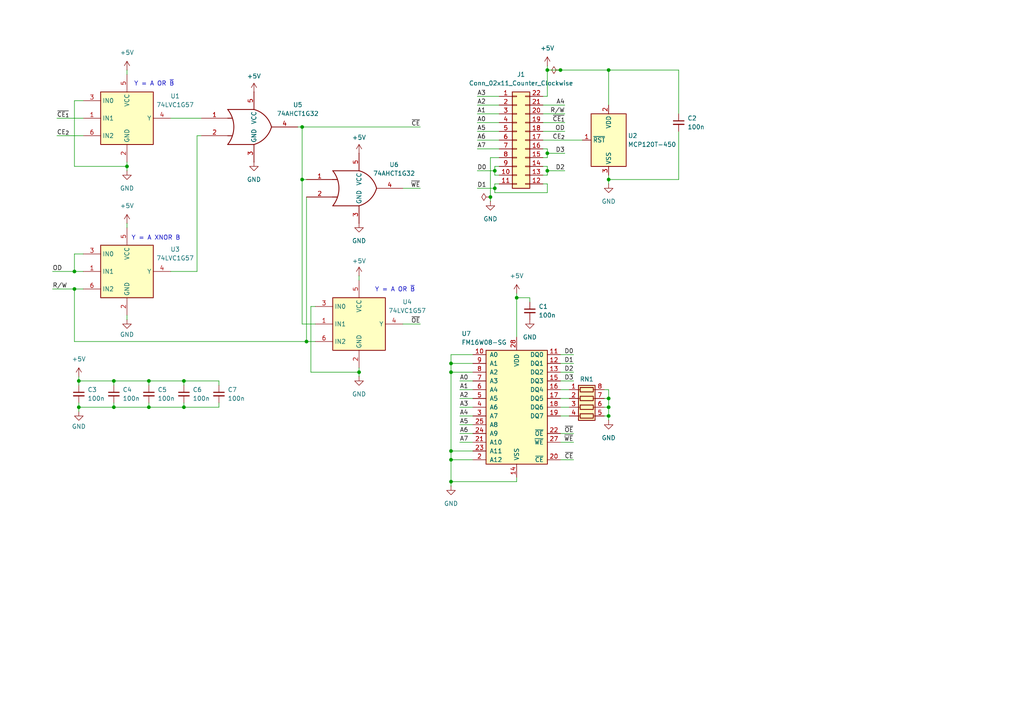
<source format=kicad_sch>
(kicad_sch (version 20250114) (generator "eeschema") (generator_version "9.0")
  (paper "A4")
  (lib_symbols
    (symbol "74xGxx:74AHCT1G32"
      (property "Reference" "U" (at -2.54 3.81 0))
      (property "Value" "74AHCT1G32" (at 0 -3.81 0))
      (symbol "74AHCT1G32_0_1"
        (arc (start -7.62 5.08) (mid -5.838 0) (end -7.62 -5.08) (stroke (width 0.254)))
        (polyline (pts (xy -7.62 2.54) (xy -6.35 2.54)) (stroke (width 0.254)) (fill (type background)))
        (polyline (pts (xy -7.62 -2.54) (xy -6.35 -2.54)) (stroke (width 0.254)) (fill (type background)))
        (arc (start 5.08 0) (mid 3.202 -3.202) (end 0 -5.08) (stroke (width 0.254)))
        (arc (start 0 5.08) (mid 3.2271 3.2271) (end 5.08 0) (stroke (width 0.254)))
        (polyline (pts (xy 0 5.08) (xy -7.62 5.08)) (stroke (width 0.254)) (fill (type background)))
        (polyline (pts (xy 0 -5.08) (xy -7.62 -5.08)) (stroke (width 0.254)) (fill (type background)))
      )
      (symbol "74AHCT1G32_1_1"
        (pin input line (at -15.24 2.54 0) (length 7.62) (name "~") (number "1"))
        (pin input line (at -15.24 -2.54 0) (length 7.62) (name "~") (number "2"))
        (pin power_in line (at 0 10.16 270) (length 5.08) (name "VCC") (number "5"))
        (pin power_in line (at 0 -10.16 90) (length 5.08) (name "GND") (number "3"))
        (pin output line (at 12.7 0 180) (length 7.62) (name "~") (number "4"))
      )
    )
    (symbol "74xGxx:74LVC1G57"
      (property "Reference" "U" (at -5.08 10.16 0))
      (property "Value" "74LVC1G57" (at 7.62 -10.16 0))
      (symbol "74LVC1G57_0_1"
        (rectangle (start -7.62 7.62) (end 7.62 -7.62) (stroke (width 0.254)) (fill (type background)))
      )
      (symbol "74LVC1G57_1_1"
        (pin input line (at -12.7 5.08 0) (length 5.08) (name "IN0") (number "3"))
        (pin input line (at -12.7 0 0) (length 5.08) (name "IN1") (number "1"))
        (pin input line (at -12.7 -5.08 0) (length 5.08) (name "IN2") (number "6"))
        (pin power_in line (at 0 12.7 270) (length 5.08) (name "VCC") (number "5"))
        (pin power_in line (at 0 -12.7 90) (length 5.08) (name "GND") (number "2"))
        (pin output line (at 12.7 0 180) (length 5.08) (name "Y") (number "4"))
      )
    )
    (symbol "Connector_Generic:Conn_02x11_Counter_Clockwise" (pin_names (offset 1.016) (hide yes))
      (property "Reference" "J" (at 1.27 15.24 0))
      (property "Value" "Conn_02x11_Counter_Clockwise" (at 1.27 -15.24 0))
      (symbol "Conn_02x11_Counter_Clockwise_1_1"
        (rectangle (start -1.27 13.97) (end 3.81 -13.97) (stroke (width 0.254)) (fill (type background)))
        (rectangle (start -1.27 12.827) (end 0 12.573) (stroke (width 0.1524)))
        (rectangle (start -1.27 10.287) (end 0 10.033) (stroke (width 0.1524)))
        (rectangle (start -1.27 7.747) (end 0 7.493) (stroke (width 0.1524)))
        (rectangle (start -1.27 5.207) (end 0 4.953) (stroke (width 0.1524)))
        (rectangle (start -1.27 2.667) (end 0 2.413) (stroke (width 0.1524)))
        (rectangle (start -1.27 0.127) (end 0 -0.127) (stroke (width 0.1524)))
        (rectangle (start -1.27 -2.413) (end 0 -2.667) (stroke (width 0.1524)))
        (rectangle (start -1.27 -4.953) (end 0 -5.207) (stroke (width 0.1524)))
        (rectangle (start -1.27 -7.493) (end 0 -7.747) (stroke (width 0.1524)))
        (rectangle (start -1.27 -10.033) (end 0 -10.287) (stroke (width 0.1524)))
        (rectangle (start -1.27 -12.573) (end 0 -12.827) (stroke (width 0.1524)))
        (rectangle (start 3.81 12.827) (end 2.54 12.573) (stroke (width 0.1524)))
        (rectangle (start 3.81 10.287) (end 2.54 10.033) (stroke (width 0.1524)))
        (rectangle (start 3.81 7.747) (end 2.54 7.493) (stroke (width 0.1524)))
        (rectangle (start 3.81 5.207) (end 2.54 4.953) (stroke (width 0.1524)))
        (rectangle (start 3.81 2.667) (end 2.54 2.413) (stroke (width 0.1524)))
        (rectangle (start 3.81 0.127) (end 2.54 -0.127) (stroke (width 0.1524)))
        (rectangle (start 3.81 -2.413) (end 2.54 -2.667) (stroke (width 0.1524)))
        (rectangle (start 3.81 -4.953) (end 2.54 -5.207) (stroke (width 0.1524)))
        (rectangle (start 3.81 -7.493) (end 2.54 -7.747) (stroke (width 0.1524)))
        (rectangle (start 3.81 -10.033) (end 2.54 -10.287) (stroke (width 0.1524)))
        (rectangle (start 3.81 -12.573) (end 2.54 -12.827) (stroke (width 0.1524)))
        (pin passive line (at -5.08 12.7 0) (length 3.81) (name "Pin_1") (number "1"))
        (pin passive line (at -5.08 10.16 0) (length 3.81) (name "Pin_2") (number "2"))
        (pin passive line (at -5.08 7.62 0) (length 3.81) (name "Pin_3") (number "3"))
        (pin passive line (at -5.08 5.08 0) (length 3.81) (name "Pin_4") (number "4"))
        (pin passive line (at -5.08 2.54 0) (length 3.81) (name "Pin_5") (number "5"))
        (pin passive line (at -5.08 0 0) (length 3.81) (name "Pin_6") (number "6"))
        (pin passive line (at -5.08 -2.54 0) (length 3.81) (name "Pin_7") (number "7"))
        (pin passive line (at -5.08 -5.08 0) (length 3.81) (name "Pin_8") (number "8"))
        (pin passive line (at -5.08 -7.62 0) (length 3.81) (name "Pin_9") (number "9"))
        (pin passive line (at -5.08 -10.16 0) (length 3.81) (name "Pin_10") (number "10"))
        (pin passive line (at -5.08 -12.7 0) (length 3.81) (name "Pin_11") (number "11"))
        (pin passive line (at 7.62 12.7 180) (length 3.81) (name "Pin_22") (number "22"))
        (pin passive line (at 7.62 10.16 180) (length 3.81) (name "Pin_21") (number "21"))
        (pin passive line (at 7.62 7.62 180) (length 3.81) (name "Pin_20") (number "20"))
        (pin passive line (at 7.62 5.08 180) (length 3.81) (name "Pin_19") (number "19"))
        (pin passive line (at 7.62 2.54 180) (length 3.81) (name "Pin_18") (number "18"))
        (pin passive line (at 7.62 0 180) (length 3.81) (name "Pin_17") (number "17"))
        (pin passive line (at 7.62 -2.54 180) (length 3.81) (name "Pin_16") (number "16"))
        (pin passive line (at 7.62 -5.08 180) (length 3.81) (name "Pin_15") (number "15"))
        (pin passive line (at 7.62 -7.62 180) (length 3.81) (name "Pin_14") (number "14"))
        (pin passive line (at 7.62 -10.16 180) (length 3.81) (name "Pin_13") (number "13"))
        (pin passive line (at 7.62 -12.7 180) (length 3.81) (name "Pin_12") (number "12"))
      )
    )
    (symbol "Device:C_Small" (pin_numbers (hide yes)) (pin_names (offset 0.254) (hide yes))
      (property "Reference" "C" (at 0.254 1.778 0))
      (property "Value" "C_Small" (at 0.254 -2.032 0))
      (symbol "C_Small_0_1"
        (polyline (pts (xy -1.524 0.508) (xy 1.524 0.508)) (stroke (width 0.3048)))
        (polyline (pts (xy -1.524 -0.508) (xy 1.524 -0.508)) (stroke (width 0.3302)))
      )
      (symbol "C_Small_1_1"
        (pin passive line (at 0 2.54 270) (length 2.032) (name "~") (number "1"))
        (pin passive line (at 0 -2.54 90) (length 2.032) (name "~") (number "2"))
      )
    )
    (symbol "Memory_NVRAM:FM16W08-SG" (pin_names (offset 1.016))
      (property "Reference" "U" (at -7.62 17.78 0))
      (property "Value" "FM16W08-SG" (at 1.27 17.78 0))
      (symbol "FM16W08-SG_0_1"
        (rectangle (start -8.89 16.51) (end 8.89 -16.51) (stroke (width 0.254)) (fill (type background)))
      )
      (symbol "FM16W08-SG_1_1"
        (pin input line (at -12.7 15.24 0) (length 3.81) (name "A0") (number "10"))
        (pin input line (at -12.7 12.7 0) (length 3.81) (name "A1") (number "9"))
        (pin input line (at -12.7 10.16 0) (length 3.81) (name "A2") (number "8"))
        (pin input line (at -12.7 7.62 0) (length 3.81) (name "A3") (number "7"))
        (pin input line (at -12.7 5.08 0) (length 3.81) (name "A4") (number "6"))
        (pin input line (at -12.7 2.54 0) (length 3.81) (name "A5") (number "5"))
        (pin input line (at -12.7 0 0) (length 3.81) (name "A6") (number "4"))
        (pin input line (at -12.7 -2.54 0) (length 3.81) (name "A7") (number "3"))
        (pin input line (at -12.7 -5.08 0) (length 3.81) (name "A8") (number "25"))
        (pin input line (at -12.7 -7.62 0) (length 3.81) (name "A9") (number "24"))
        (pin input line (at -12.7 -10.16 0) (length 3.81) (name "A10") (number "21"))
        (pin input line (at -12.7 -12.7 0) (length 3.81) (name "A11") (number "23"))
        (pin input line (at -12.7 -15.24 0) (length 3.81) (name "A12") (number "2"))
        (pin power_in line (at 0 20.32 270) (length 3.81) (name "VDD") (number "28"))
        (pin power_in line (at 0 -20.32 90) (length 3.81) (name "VSS") (number "14"))
        (pin bidirectional line (at 12.7 15.24 180) (length 3.81) (name "DQ0") (number "11"))
        (pin bidirectional line (at 12.7 12.7 180) (length 3.81) (name "DQ1") (number "12"))
        (pin bidirectional line (at 12.7 10.16 180) (length 3.81) (name "DQ2") (number "13"))
        (pin bidirectional line (at 12.7 7.62 180) (length 3.81) (name "DQ3") (number "15"))
        (pin bidirectional line (at 12.7 5.08 180) (length 3.81) (name "DQ4") (number "16"))
        (pin bidirectional line (at 12.7 2.54 180) (length 3.81) (name "DQ5") (number "17"))
        (pin bidirectional line (at 12.7 0 180) (length 3.81) (name "DQ6") (number "18"))
        (pin bidirectional line (at 12.7 -2.54 180) (length 3.81) (name "DQ7") (number "19"))
        (pin input line (at 12.7 -7.62 180) (length 3.81) (name "~{OE}") (number "22"))
        (pin input line (at 12.7 -10.16 180) (length 3.81) (name "~{WE}") (number "27"))
        (pin input line (at 12.7 -15.24 180) (length 3.81) (name "~{CE}") (number "20"))
      )
    )
    (symbol "PCM_Resistor_AKL:R_4x0402_Convex" (pin_names (offset 0.002) (hide yes))
      (property "Reference" "RN" (at 5.08 1.27 0))
      (property "Value" "R_4x0402_Convex" (at 5.08 -1.27 0))
      (symbol "R_4x0402_Convex_0_1"
        (rectangle (start -6.35 -2.413) (end 3.81 2.413) (stroke (width 0.254)) (fill (type background)))
        (rectangle (start -5.715 1.905) (end -4.445 -1.905) (stroke (width 0.254)))
        (polyline (pts (xy -5.08 1.905) (xy -5.08 2.54)))
        (polyline (pts (xy -5.08 -2.54) (xy -5.08 -1.905)))
        (rectangle (start -3.175 1.905) (end -1.905 -1.905) (stroke (width 0.254)))
        (polyline (pts (xy -2.54 1.905) (xy -2.54 2.54)))
        (polyline (pts (xy -2.54 -2.54) (xy -2.54 -1.905)))
        (rectangle (start -0.635 1.905) (end 0.635 -1.905) (stroke (width 0.254)))
        (polyline (pts (xy 0 1.905) (xy 0 2.54)))
        (polyline (pts (xy 0 -2.54) (xy 0 -1.905)))
        (rectangle (start 1.905 1.905) (end 3.175 -1.905) (stroke (width 0.254)))
        (polyline (pts (xy 2.54 1.905) (xy 2.54 2.54)))
        (polyline (pts (xy 2.54 -2.54) (xy 2.54 -1.905)))
      )
      (symbol "R_4x0402_Convex_1_1"
        (pin passive line (at -5.08 5.08 270) (length 2.54) (name "R1.2") (number "8"))
        (pin passive line (at -5.08 -5.08 90) (length 2.54) (name "R1.1") (number "1"))
        (pin passive line (at -2.54 5.08 270) (length 2.54) (name "R2.2") (number "7"))
        (pin passive line (at -2.54 -5.08 90) (length 2.54) (name "R2.1") (number "2"))
        (pin passive line (at 0 5.08 270) (length 2.54) (name "R3.2") (number "6"))
        (pin passive line (at 0 -5.08 90) (length 2.54) (name "R3.1") (number "3"))
        (pin passive line (at 2.54 5.08 270) (length 2.54) (name "R4.2") (number "5"))
        (pin passive line (at 2.54 -5.08 90) (length 2.54) (name "R4.1") (number "4"))
      )
    )
    (symbol "Power_Supervisor:MCP120-xxxxTT"
      (property "Reference" "U" (at -5.08 8.89 0))
      (property "Value" "MCP120-xxxxTT" (at 8.89 8.89 0))
      (symbol "MCP120-xxxxTT_0_1"
        (rectangle (start 5.08 7.62) (end -5.08 -7.62) (stroke (width 0.254)) (fill (type background)))
      )
      (symbol "MCP120-xxxxTT_1_1"
        (pin power_in line (at 0 10.16 270) (length 2.54) (name "VDD") (number "2"))
        (pin power_in line (at 0 -10.16 90) (length 2.54) (name "VSS") (number "3"))
        (pin open_collector line (at 7.62 0 180) (length 2.54) (name "~{RST}") (number "1"))
      )
    )
    (symbol "power:+5V" (power) (pin_numbers (hide yes)) (pin_names (offset 0) (hide yes))
      (property "Value" "+5V" (at 0 3.556 0))
      (symbol "+5V_0_1"
        (polyline (pts (xy -0.762 1.27) (xy 0 2.54)))
        (polyline (pts (xy 0 2.54) (xy 0.762 1.27)))
        (polyline (pts (xy 0 0) (xy 0 2.54)))
      )
      (symbol "+5V_1_1"
        (pin power_in line (at 0 0 90) (length 0) (name "~") (number "1"))
      )
    )
    (symbol "power:GND" (power) (pin_numbers (hide yes)) (pin_names (offset 0) (hide yes))
      (property "Value" "GND" (at 0 -3.81 0))
      (symbol "GND_0_1"
        (polyline (pts (xy 0 0) (xy 0 -1.27) (xy 1.27 -1.27) (xy 0 -2.54) (xy -1.27 -1.27) (xy 0 -1.27)))
      )
      (symbol "GND_1_1"
        (pin power_in line (at 0 0 270) (length 0) (name "~") (number "1"))
      )
    )
    (symbol "power:PWR_FLAG" (power) (pin_numbers (hide yes)) (pin_names (offset 0) (hide yes))
      (property "Value" "PWR_FLAG" (at 0 3.81 0))
      (symbol "PWR_FLAG_0_0"
        (pin power_out line (at 0 0 90) (length 0) (name "~") (number "1"))
      )
      (symbol "PWR_FLAG_0_1"
        (polyline (pts (xy 0 0) (xy 0 1.27) (xy -1.016 1.905) (xy 0 2.54) (xy 1.016 1.905) (xy 0 1.27)))
      )
    )
  )
  (text "Y = A XNOR B" (at 45.212 69.088 0) (effects (font (size 1.27 1.27))))
  (text "Y = A OR ~{B}" (at 114.554 84.074 0) (effects (font (size 1.27 1.27))))
  (text "Y = A OR ~{B}" (at 44.704 24.384 0) (effects (font (size 1.27 1.27))))
  (junction (at 43.18 118.11))
  (junction (at 176.53 120.65))
  (junction (at 176.53 115.57))
  (junction (at 143.51 49.53))
  (junction (at 33.02 118.11))
  (junction (at 22.86 118.11))
  (junction (at 130.81 105.41))
  (junction (at 21.59 78.74))
  (junction (at 176.53 52.07))
  (junction (at 87.63 52.07))
  (junction (at 130.81 130.81))
  (junction (at 104.14 107.95))
  (junction (at 158.75 49.53))
  (junction (at 53.34 110.49))
  (junction (at 143.51 54.61))
  (junction (at 162.56 20.32))
  (junction (at 43.18 110.49))
  (junction (at 36.83 48.26))
  (junction (at 130.81 133.35))
  (junction (at 142.24 57.15))
  (junction (at 88.9 99.06))
  (junction (at 158.75 44.45))
  (junction (at 22.86 110.49))
  (junction (at 176.53 20.32))
  (junction (at 21.59 83.82))
  (junction (at 33.02 110.49))
  (junction (at 87.63 36.83))
  (junction (at 53.34 118.11))
  (junction (at 149.86 86.36))
  (junction (at 130.81 139.7))
  (junction (at 130.81 107.95))
  (junction (at 158.75 20.32))
  (junction (at 176.53 118.11))
  (wire (pts (xy 21.59 78.74) (xy 24.13 78.74)))
  (wire (pts (xy 176.53 20.32) (xy 196.85 20.32)))
  (wire (pts (xy 166.37 107.95) (xy 162.56 107.95)))
  (wire (pts (xy 24.13 29.21) (xy 21.59 29.21)))
  (wire (pts (xy 143.51 49.53) (xy 143.51 50.8)))
  (wire (pts (xy 143.51 55.88) (xy 158.75 55.88)))
  (wire (pts (xy 157.48 30.48) (xy 163.83 30.48)))
  (wire (pts (xy 43.18 110.49) (xy 43.18 111.76)))
  (wire (pts (xy 90.17 88.9) (xy 90.17 107.95)))
  (wire (pts (xy 176.53 113.03) (xy 176.53 115.57)))
  (wire (pts (xy 166.37 105.41) (xy 162.56 105.41)))
  (wire (pts (xy 36.83 92.71) (xy 36.83 91.44)))
  (wire (pts (xy 138.43 35.56) (xy 144.78 35.56)))
  (wire (pts (xy 158.75 20.32) (xy 158.75 19.05)))
  (wire (pts (xy 53.34 116.84) (xy 53.34 118.11)))
  (wire (pts (xy 165.1 120.65) (xy 162.56 120.65)))
  (wire (pts (xy 138.43 33.02) (xy 144.78 33.02)))
  (wire (pts (xy 158.75 20.32) (xy 162.56 20.32)))
  (wire (pts (xy 130.81 102.87) (xy 130.81 105.41)))
  (wire (pts (xy 133.35 115.57) (xy 137.16 115.57)))
  (wire (pts (xy 149.86 85.09) (xy 149.86 86.36)))
  (wire (pts (xy 21.59 83.82) (xy 24.13 83.82)))
  (wire (pts (xy 88.9 57.15) (xy 88.9 99.06)))
  (wire (pts (xy 157.48 40.64) (xy 168.91 40.64)))
  (wire (pts (xy 157.48 27.94) (xy 158.75 27.94)))
  (wire (pts (xy 104.14 107.95) (xy 104.14 106.68)))
  (wire (pts (xy 130.81 130.81) (xy 137.16 130.81)))
  (wire (pts (xy 133.35 120.65) (xy 137.16 120.65)))
  (wire (pts (xy 158.75 45.72) (xy 157.48 45.72)))
  (wire (pts (xy 138.43 49.53) (xy 143.51 49.53)))
  (wire (pts (xy 176.53 20.32) (xy 176.53 30.48)))
  (wire (pts (xy 166.37 110.49) (xy 162.56 110.49)))
  (wire (pts (xy 133.35 110.49) (xy 137.16 110.49)))
  (wire (pts (xy 143.51 54.61) (xy 143.51 55.88)))
  (wire (pts (xy 88.9 99.06) (xy 91.44 99.06)))
  (wire (pts (xy 158.75 27.94) (xy 158.75 20.32)))
  (wire (pts (xy 133.35 113.03) (xy 137.16 113.03)))
  (wire (pts (xy 143.51 50.8) (xy 144.78 50.8)))
  (wire (pts (xy 144.78 45.72) (xy 142.24 45.72)))
  (wire (pts (xy 36.83 48.26) (xy 36.83 46.99)))
  (wire (pts (xy 158.75 53.34) (xy 157.48 53.34)))
  (wire (pts (xy 87.63 52.07) (xy 88.9 52.07)))
  (wire (pts (xy 165.1 113.03) (xy 162.56 113.03)))
  (wire (pts (xy 176.53 52.07) (xy 176.53 50.8)))
  (wire (pts (xy 21.59 48.26) (xy 36.83 48.26)))
  (wire (pts (xy 63.5 110.49) (xy 63.5 111.76)))
  (wire (pts (xy 53.34 110.49) (xy 63.5 110.49)))
  (wire (pts (xy 22.86 119.38) (xy 22.86 118.11)))
  (wire (pts (xy 33.02 118.11) (xy 43.18 118.11)))
  (wire (pts (xy 176.53 118.11) (xy 176.53 120.65)))
  (wire (pts (xy 24.13 73.66) (xy 21.59 73.66)))
  (wire (pts (xy 36.83 64.77) (xy 36.83 66.04)))
  (wire (pts (xy 130.81 133.35) (xy 137.16 133.35)))
  (wire (pts (xy 121.92 36.83) (xy 87.63 36.83)))
  (wire (pts (xy 175.26 118.11) (xy 176.53 118.11)))
  (wire (pts (xy 53.34 110.49) (xy 53.34 111.76)))
  (wire (pts (xy 165.1 118.11) (xy 162.56 118.11)))
  (wire (pts (xy 16.51 34.29) (xy 24.13 34.29)))
  (wire (pts (xy 143.51 53.34) (xy 143.51 54.61)))
  (wire (pts (xy 43.18 118.11) (xy 53.34 118.11)))
  (wire (pts (xy 22.86 118.11) (xy 33.02 118.11)))
  (wire (pts (xy 33.02 110.49) (xy 43.18 110.49)))
  (wire (pts (xy 49.53 34.29) (xy 58.42 34.29)))
  (wire (pts (xy 142.24 45.72) (xy 142.24 57.15)))
  (wire (pts (xy 138.43 54.61) (xy 143.51 54.61)))
  (wire (pts (xy 90.17 88.9) (xy 91.44 88.9)))
  (wire (pts (xy 104.14 80.01) (xy 104.14 81.28)))
  (wire (pts (xy 63.5 116.84) (xy 63.5 118.11)))
  (wire (pts (xy 138.43 30.48) (xy 144.78 30.48)))
  (wire (pts (xy 133.35 123.19) (xy 137.16 123.19)))
  (wire (pts (xy 157.48 48.26) (xy 158.75 48.26)))
  (wire (pts (xy 175.26 115.57) (xy 176.53 115.57)))
  (wire (pts (xy 130.81 133.35) (xy 130.81 139.7)))
  (wire (pts (xy 176.53 120.65) (xy 176.53 121.92)))
  (wire (pts (xy 133.35 118.11) (xy 137.16 118.11)))
  (wire (pts (xy 149.86 86.36) (xy 149.86 97.79)))
  (wire (pts (xy 176.53 53.34) (xy 176.53 52.07)))
  (wire (pts (xy 166.37 125.73) (xy 162.56 125.73)))
  (wire (pts (xy 87.63 36.83) (xy 87.63 52.07)))
  (wire (pts (xy 33.02 110.49) (xy 33.02 111.76)))
  (wire (pts (xy 196.85 20.32) (xy 196.85 33.02)))
  (wire (pts (xy 158.75 48.26) (xy 158.75 49.53)))
  (wire (pts (xy 116.84 54.61) (xy 121.92 54.61)))
  (wire (pts (xy 133.35 125.73) (xy 137.16 125.73)))
  (wire (pts (xy 43.18 116.84) (xy 43.18 118.11)))
  (wire (pts (xy 196.85 38.1) (xy 196.85 52.07)))
  (wire (pts (xy 130.81 107.95) (xy 137.16 107.95)))
  (wire (pts (xy 175.26 120.65) (xy 176.53 120.65)))
  (wire (pts (xy 130.81 130.81) (xy 130.81 133.35)))
  (wire (pts (xy 22.86 110.49) (xy 33.02 110.49)))
  (wire (pts (xy 144.78 48.26) (xy 143.51 48.26)))
  (wire (pts (xy 166.37 133.35) (xy 162.56 133.35)))
  (wire (pts (xy 21.59 99.06) (xy 88.9 99.06)))
  (wire (pts (xy 162.56 20.32) (xy 176.53 20.32)))
  (wire (pts (xy 158.75 43.18) (xy 158.75 44.45)))
  (wire (pts (xy 196.85 52.07) (xy 176.53 52.07)))
  (wire (pts (xy 130.81 139.7) (xy 149.86 139.7)))
  (wire (pts (xy 158.75 43.18) (xy 157.48 43.18)))
  (wire (pts (xy 158.75 49.53) (xy 158.75 50.8)))
  (wire (pts (xy 165.1 115.57) (xy 162.56 115.57)))
  (wire (pts (xy 57.15 78.74) (xy 57.15 39.37)))
  (wire (pts (xy 138.43 38.1) (xy 144.78 38.1)))
  (wire (pts (xy 157.48 38.1) (xy 163.83 38.1)))
  (wire (pts (xy 53.34 118.11) (xy 63.5 118.11)))
  (wire (pts (xy 36.83 49.53) (xy 36.83 48.26)))
  (wire (pts (xy 138.43 40.64) (xy 144.78 40.64)))
  (wire (pts (xy 163.83 44.45) (xy 158.75 44.45)))
  (wire (pts (xy 130.81 107.95) (xy 130.81 130.81)))
  (wire (pts (xy 163.83 49.53) (xy 158.75 49.53)))
  (wire (pts (xy 137.16 102.87) (xy 130.81 102.87)))
  (wire (pts (xy 87.63 93.98) (xy 91.44 93.98)))
  (wire (pts (xy 90.17 107.95) (xy 104.14 107.95)))
  (wire (pts (xy 157.48 33.02) (xy 163.83 33.02)))
  (wire (pts (xy 87.63 36.83) (xy 86.36 36.83)))
  (wire (pts (xy 149.86 86.36) (xy 153.67 86.36)))
  (wire (pts (xy 16.51 39.37) (xy 24.13 39.37)))
  (wire (pts (xy 33.02 116.84) (xy 33.02 118.11)))
  (wire (pts (xy 142.24 58.42) (xy 142.24 57.15)))
  (wire (pts (xy 149.86 139.7) (xy 149.86 138.43)))
  (wire (pts (xy 138.43 27.94) (xy 144.78 27.94)))
  (wire (pts (xy 116.84 93.98) (xy 121.92 93.98)))
  (wire (pts (xy 22.86 110.49) (xy 22.86 111.76)))
  (wire (pts (xy 144.78 53.34) (xy 143.51 53.34)))
  (wire (pts (xy 143.51 48.26) (xy 143.51 49.53)))
  (wire (pts (xy 158.75 44.45) (xy 158.75 45.72)))
  (wire (pts (xy 166.37 102.87) (xy 162.56 102.87)))
  (wire (pts (xy 22.86 118.11) (xy 22.86 116.84)))
  (wire (pts (xy 36.83 20.32) (xy 36.83 21.59)))
  (wire (pts (xy 15.24 78.74) (xy 21.59 78.74)))
  (wire (pts (xy 130.81 139.7) (xy 130.81 140.97)))
  (wire (pts (xy 175.26 113.03) (xy 176.53 113.03)))
  (wire (pts (xy 15.24 83.82) (xy 21.59 83.82)))
  (wire (pts (xy 157.48 35.56) (xy 163.83 35.56)))
  (wire (pts (xy 153.67 86.36) (xy 153.67 87.63)))
  (wire (pts (xy 176.53 115.57) (xy 176.53 118.11)))
  (wire (pts (xy 130.81 105.41) (xy 137.16 105.41)))
  (wire (pts (xy 138.43 43.18) (xy 144.78 43.18)))
  (wire (pts (xy 104.14 109.22) (xy 104.14 107.95)))
  (wire (pts (xy 43.18 110.49) (xy 53.34 110.49)))
  (wire (pts (xy 21.59 83.82) (xy 21.59 99.06)))
  (wire (pts (xy 87.63 52.07) (xy 87.63 93.98)))
  (wire (pts (xy 133.35 128.27) (xy 137.16 128.27)))
  (wire (pts (xy 130.81 105.41) (xy 130.81 107.95)))
  (wire (pts (xy 57.15 39.37) (xy 58.42 39.37)))
  (wire (pts (xy 158.75 50.8) (xy 157.48 50.8)))
  (wire (pts (xy 21.59 73.66) (xy 21.59 78.74)))
  (wire (pts (xy 158.75 55.88) (xy 158.75 53.34)))
  (wire (pts (xy 49.53 78.74) (xy 57.15 78.74)))
  (wire (pts (xy 166.37 128.27) (xy 162.56 128.27)))
  (wire (pts (xy 22.86 109.22) (xy 22.86 110.49)))
  (wire (pts (xy 21.59 29.21) (xy 21.59 48.26)))
  (label "D0" (at 166.37 102.87 180))
  (label "D1" (at 138.43 54.61 0))
  (label "~{OE}" (at 121.92 93.98 180))
  (label "~{CE_{1}}" (at 16.51 34.29 0))
  (label "~{OE}" (at 166.37 125.73 180))
  (label "A1" (at 138.43 33.02 0))
  (label "~{WE}" (at 166.37 128.27 180))
  (label "A3" (at 133.35 118.11 0))
  (label "R/W" (at 15.24 83.82 0))
  (label "~{CE}" (at 166.37 133.35 180))
  (label "D0" (at 138.43 49.53 0))
  (label "R/W" (at 163.83 33.02 180))
  (label "D2" (at 163.83 49.53 180))
  (label "D1" (at 166.37 105.41 180))
  (label "~{CE}" (at 121.92 36.83 180))
  (label "D2" (at 166.37 107.95 180))
  (label "A0" (at 133.35 110.49 0))
  (label "A5" (at 133.35 123.19 0))
  (label "A7" (at 133.35 128.27 0))
  (label "A5" (at 138.43 38.1 0))
  (label "A3" (at 138.43 27.94 0))
  (label "A4" (at 133.35 120.65 0))
  (label "A2" (at 138.43 30.48 0))
  (label "A2" (at 133.35 115.57 0))
  (label "A7" (at 138.43 43.18 0))
  (label "~{WE}" (at 121.92 54.61 180))
  (label "A1" (at 133.35 113.03 0))
  (label "~{CE_{1}}" (at 163.83 35.56 180))
  (label "D3" (at 166.37 110.49 180))
  (label "OD" (at 163.83 38.1 180))
  (label "A6" (at 138.43 40.64 0))
  (label "CE_{2}" (at 16.51 39.37 0))
  (label "OD" (at 15.24 78.74 0))
  (label "A0" (at 138.43 35.56 0))
  (label "A6" (at 133.35 125.73 0))
  (label "CE_{2}" (at 163.83 40.64 180))
  (label "A4" (at 163.83 30.48 180))
  (label "D3" (at 163.83 44.45 180))
  (symbol (lib_id "power:GND") (at 176.53 53.34 0) (unit 1)
    (property "Reference" "#PWR05" (effects (hide yes)))
    (property "Value" "GND" (at 176.53 58.42 0))
    (property "Description" "Power symbol creates a global label with name \"GND\" , ground" (effects (hide yes)))
  )
  (symbol (lib_id "Device:C_Small") (at 53.34 114.3 0) (unit 1)
    (property "Reference" "C6" (at 55.88 113.0362 0) (effects (justify left)))
    (property "Value" "100n" (at 55.88 115.5762 0) (effects (justify left)))
    (property "Footprint" "Capacitor_SMD:C_0402_1005Metric" (effects (hide yes)))
    (property "Description" "Unpolarized capacitor, small symbol" (effects (hide yes)))
  )
  (symbol (lib_id "power:PWR_FLAG") (at 142.24 57.15 90) (unit 1)
    (property "Reference" "#FLG02" (effects (hide yes)))
    (property "Value" "PWR_FLAG" (effects (hide yes)))
    (property "Description" "Special symbol for telling ERC where power comes from" (effects (hide yes)))
  )
  (symbol (lib_id "Power_Supervisor:MCP120-xxxxTT") (at 176.53 40.64 0) (mirror y) (unit 1)
    (property "Reference" "U2" (at 182.118 39.37 0) (effects (justify right)))
    (property "Value" "MCP120T-450" (at 182.118 41.91 0) (effects (justify right)))
    (property "Footprint" "Package_TO_SOT_SMD:SOT-23" (effects (hide yes)))
    (property "Datasheet" "http://ww1.microchip.com/downloads/en/DeviceDoc/11184d.pdf" (effects (hide yes)))
    (property "Description" "Microcontroller supervisory circuit, SOT-23" (effects (hide yes)))
  )
  (symbol (lib_id "74xGxx:74AHCT1G32") (at 104.14 54.61 0) (unit 1)
    (property "Reference" "U6" (at 114.3 47.752 0))
    (property "Value" "74AHCT1G32" (at 114.3 50.292 0))
    (property "Footprint" "Package_TO_SOT_SMD:SOT-23-5" (effects (hide yes)))
    (property "Datasheet" "http://www.ti.com/lit/sg/scyt129e/scyt129e.pdf" (effects (hide yes)))
    (property "Description" "Single OR Gate, Low-Voltage CMOS" (effects (hide yes)))
  )
  (symbol (lib_id "74xGxx:74LVC1G57") (at 104.14 93.98 0) (unit 1)
    (property "Reference" "U4" (at 118.11 87.5598 0))
    (property "Value" "74LVC1G57" (at 118.11 90.0998 0))
    (property "Footprint" "Package_TO_SOT_SMD:SOT-23-6" (effects (hide yes)))
    (property "Datasheet" "http://www.ti.com/lit/sg/scyt129e/scyt129e.pdf" (effects (hide yes)))
    (property "Description" "Configurable Multi-Function Single Gate, Low-Voltage CMOS" (effects (hide yes)))
  )
  (symbol (lib_id "Device:C_Small") (at 43.18 114.3 0) (unit 1)
    (property "Reference" "C5" (at 45.72 113.0362 0) (effects (justify left)))
    (property "Value" "100n" (at 45.72 115.5762 0) (effects (justify left)))
    (property "Footprint" "Capacitor_SMD:C_0402_1005Metric" (effects (hide yes)))
    (property "Description" "Unpolarized capacitor, small symbol" (effects (hide yes)))
  )
  (symbol (lib_id "power:GND") (at 36.83 49.53 0) (unit 1)
    (property "Reference" "#PWR03" (effects (hide yes)))
    (property "Value" "GND" (at 36.83 54.61 0))
    (property "Description" "Power symbol creates a global label with name \"GND\" , ground" (effects (hide yes)))
  )
  (symbol (lib_id "power:PWR_FLAG") (at 162.56 20.32 90) (unit 1)
    (property "Reference" "#FLG01" (effects (hide yes)))
    (property "Value" "PWR_FLAG" (effects (hide yes)))
    (property "Description" "Special symbol for telling ERC where power comes from" (effects (hide yes)))
  )
  (symbol (lib_id "Device:C_Small") (at 63.5 114.3 0) (unit 1)
    (property "Reference" "C7" (at 66.04 113.0362 0) (effects (justify left)))
    (property "Value" "100n" (at 66.04 115.5762 0) (effects (justify left)))
    (property "Footprint" "Capacitor_SMD:C_0402_1005Metric" (effects (hide yes)))
    (property "Description" "Unpolarized capacitor, small symbol" (effects (hide yes)))
  )
  (symbol (lib_id "power:+5V") (at 158.75 19.05 0) (unit 1)
    (property "Reference" "#PWR013" (effects (hide yes)))
    (property "Value" "+5V" (at 158.75 13.97 0))
    (property "Description" "Power symbol creates a global label with name \"+5V\"" (effects (hide yes)))
  )
  (symbol (lib_id "power:+5V") (at 104.14 80.01 0) (unit 1)
    (property "Reference" "#PWR02" (effects (hide yes)))
    (property "Value" "+5V" (at 104.14 75.692 0))
    (property "Description" "Power symbol creates a global label with name \"+5V\"" (effects (hide yes)))
  )
  (symbol (lib_id "power:+5V") (at 36.83 20.32 0) (unit 1)
    (property "Reference" "#PWR01" (effects (hide yes)))
    (property "Value" "+5V" (at 36.83 15.24 0))
    (property "Description" "Power symbol creates a global label with name \"+5V\"" (effects (hide yes)))
  )
  (symbol (lib_id "power:GND") (at 142.24 58.42 0) (unit 1)
    (property "Reference" "#PWR012" (effects (hide yes)))
    (property "Value" "GND" (at 142.24 63.5 0))
    (property "Description" "Power symbol creates a global label with name \"GND\" , ground" (effects (hide yes)))
  )
  (symbol (lib_id "power:+5V") (at 36.83 64.77 0) (unit 1)
    (property "Reference" "#PWR06" (effects (hide yes)))
    (property "Value" "+5V" (at 36.83 59.69 0))
    (property "Description" "Power symbol creates a global label with name \"+5V\"" (effects (hide yes)))
  )
  (symbol (lib_id "power:GND") (at 153.67 92.71 0) (unit 1)
    (property "Reference" "#PWR018" (effects (hide yes)))
    (property "Value" "GND" (at 153.67 97.79 0))
    (property "Description" "Power symbol creates a global label with name \"GND\" , ground" (effects (hide yes)))
  )
  (symbol (lib_id "74xGxx:74AHCT1G32") (at 73.66 36.83 0) (unit 1)
    (property "Reference" "U5" (at 86.36 30.4098 0))
    (property "Value" "74AHCT1G32" (at 86.36 32.9498 0))
    (property "Footprint" "Package_TO_SOT_SMD:SOT-23-5" (effects (hide yes)))
    (property "Datasheet" "http://www.ti.com/lit/sg/scyt129e/scyt129e.pdf" (effects (hide yes)))
    (property "Description" "Single OR Gate, Low-Voltage CMOS" (effects (hide yes)))
  )
  (symbol (lib_id "Device:C_Small") (at 196.85 35.56 0) (unit 1)
    (property "Reference" "C2" (at 199.39 34.2962 0) (effects (justify left)))
    (property "Value" "100n" (at 199.39 36.8362 0) (effects (justify left)))
    (property "Footprint" "Capacitor_SMD:C_0402_1005Metric" (effects (hide yes)))
    (property "Description" "Unpolarized capacitor, small symbol" (effects (hide yes)))
  )
  (symbol (lib_id "PCM_Resistor_AKL:R_4x0402_Convex") (at 170.18 118.11 270) (unit 1)
    (property "Reference" "RN1" (at 170.18 109.982 90))
    (property "Value" "R_4x0402_Convex" (effects (hide yes)))
    (property "Footprint" "PCM_Resistor_SMD_AKL:R_Array_Convex_4x0603" (effects (hide yes)))
    (property "Description" "4x0402 SMD Resistor Network, Isolated, European Symbol, Alternate KiCad Library" (effects (hide yes)))
  )
  (symbol (lib_id "Connector_Generic:Conn_02x11_Counter_Clockwise") (at 149.86 40.64 0) (unit 1)
    (property "Reference" "J1" (at 151.13 21.59 0))
    (property "Value" "Conn_02x11_Counter_Clockwise" (at 151.13 24.13 0))
    (property "Footprint" "Package_DIP:DIP-22_W7.62mm_Socket" (effects (hide yes)))
    (property "Description" "Generic connector, double row, 02x11, counter clockwise pin numbering scheme (similar to DIP package numbering), script generated (kicad-library-utils/schlib/autogen/connector/)" (effects (hide yes)))
  )
  (symbol (lib_id "74xGxx:74LVC1G57") (at 36.83 34.29 0) (unit 1)
    (property "Reference" "U1" (at 50.8 27.8698 0))
    (property "Value" "74LVC1G57" (at 50.8 30.4098 0))
    (property "Footprint" "Package_TO_SOT_SMD:SOT-23-6" (effects (hide yes)))
    (property "Datasheet" "http://www.ti.com/lit/sg/scyt129e/scyt129e.pdf" (effects (hide yes)))
    (property "Description" "Configurable Multi-Function Single Gate, Low-Voltage CMOS" (effects (hide yes)))
  )
  (symbol (lib_id "power:GND") (at 130.81 140.97 0) (unit 1)
    (property "Reference" "#PWR016" (effects (hide yes)))
    (property "Value" "GND" (at 130.81 146.05 0))
    (property "Description" "Power symbol creates a global label with name \"GND\" , ground" (effects (hide yes)))
  )
  (symbol (lib_id "Device:C_Small") (at 22.86 114.3 0) (unit 1)
    (property "Reference" "C3" (at 25.4 113.0362 0) (effects (justify left)))
    (property "Value" "100n" (at 25.4 115.5762 0) (effects (justify left)))
    (property "Footprint" "Capacitor_SMD:C_0402_1005Metric" (effects (hide yes)))
    (property "Description" "Unpolarized capacitor, small symbol" (effects (hide yes)))
  )
  (symbol (lib_id "power:GND") (at 104.14 64.77 0) (unit 1)
    (property "Reference" "#PWR09" (effects (hide yes)))
    (property "Value" "GND" (at 104.14 69.85 0))
    (property "Description" "Power symbol creates a global label with name \"GND\" , ground" (effects (hide yes)))
  )
  (symbol (lib_id "power:GND") (at 176.53 121.92 0) (unit 1)
    (property "Reference" "#PWR017" (effects (hide yes)))
    (property "Value" "GND" (at 176.53 127 0))
    (property "Description" "Power symbol creates a global label with name \"GND\" , ground" (effects (hide yes)))
  )
  (symbol (lib_id "power:+5V") (at 22.86 109.22 0) (unit 1)
    (property "Reference" "#PWR021" (effects (hide yes)))
    (property "Value" "+5V" (at 22.86 104.14 0))
    (property "Description" "Power symbol creates a global label with name \"+5V\"" (effects (hide yes)))
  )
  (symbol (lib_id "Memory_NVRAM:FM16W08-SG") (at 149.86 118.11 0) (unit 1)
    (property "Reference" "U7" (at 133.858 96.774 0) (effects (justify left)))
    (property "Value" "FM16W08-SG" (at 133.858 99.314 0) (effects (justify left)))
    (property "Footprint" "Package_SO:SOIC-28W_7.5x17.9mm_P1.27mm" (effects (hide yes)))
    (property "Datasheet" "http://www.cypress.com/file/41731/download" (effects (hide yes)))
    (property "Description" "64Kb FRAM nonvolatile memory, SOIC-28" (effects (hide yes)))
  )
  (symbol (lib_id "Device:C_Small") (at 33.02 114.3 0) (unit 1)
    (property "Reference" "C4" (at 35.56 113.0362 0) (effects (justify left)))
    (property "Value" "100n" (at 35.56 115.5762 0) (effects (justify left)))
    (property "Footprint" "Capacitor_SMD:C_0402_1005Metric" (effects (hide yes)))
    (property "Description" "Unpolarized capacitor, small symbol" (effects (hide yes)))
  )
  (symbol (lib_id "power:+5V") (at 73.66 26.67 0) (unit 1)
    (property "Reference" "#PWR010" (effects (hide yes)))
    (property "Value" "+5V" (at 73.66 22.098 0))
    (property "Description" "Power symbol creates a global label with name \"+5V\"" (effects (hide yes)))
  )
  (symbol (lib_id "power:+5V") (at 149.86 85.09 0) (unit 1)
    (property "Reference" "#PWR015" (effects (hide yes)))
    (property "Value" "+5V" (at 149.86 80.01 0))
    (property "Description" "Power symbol creates a global label with name \"+5V\"" (effects (hide yes)))
  )
  (symbol (lib_id "power:GND") (at 22.86 119.38 0) (unit 1)
    (property "Reference" "#PWR020" (effects (hide yes)))
    (property "Value" "GND" (at 22.86 123.698 0))
    (property "Description" "Power symbol creates a global label with name \"GND\" , ground" (effects (hide yes)))
  )
  (symbol (lib_id "power:GND") (at 36.83 92.71 0) (unit 1)
    (property "Reference" "#PWR04" (effects (hide yes)))
    (property "Value" "GND" (at 36.83 97.028 0))
    (property "Description" "Power symbol creates a global label with name \"GND\" , ground" (effects (hide yes)))
  )
  (symbol (lib_id "74xGxx:74LVC1G57") (at 36.83 78.74 0) (unit 1)
    (property "Reference" "U3" (at 50.8 72.3198 0))
    (property "Value" "74LVC1G57" (at 50.8 74.8598 0))
    (property "Footprint" "Package_TO_SOT_SMD:SOT-23-6" (effects (hide yes)))
    (property "Datasheet" "http://www.ti.com/lit/sg/scyt129e/scyt129e.pdf" (effects (hide yes)))
    (property "Description" "Configurable Multi-Function Single Gate, Low-Voltage CMOS" (effects (hide yes)))
  )
  (symbol (lib_id "power:GND") (at 73.66 46.99 0) (unit 1)
    (property "Reference" "#PWR014" (effects (hide yes)))
    (property "Value" "GND" (at 73.66 52.07 0))
    (property "Description" "Power symbol creates a global label with name \"GND\" , ground" (effects (hide yes)))
  )
  (symbol (lib_id "power:+5V") (at 104.14 44.45 0) (unit 1)
    (property "Reference" "#PWR07" (effects (hide yes)))
    (property "Value" "+5V" (at 104.14 39.878 0))
    (property "Description" "Power symbol creates a global label with name \"+5V\"" (effects (hide yes)))
  )
  (symbol (lib_id "power:GND") (at 104.14 109.22 0) (unit 1)
    (property "Reference" "#PWR08" (effects (hide yes)))
    (property "Value" "GND" (at 104.14 114.3 0))
    (property "Description" "Power symbol creates a global label with name \"GND\" , ground" (effects (hide yes)))
  )
  (symbol (lib_id "Device:C_Small") (at 153.67 90.17 0) (unit 1)
    (property "Reference" "C1" (at 156.21 88.9062 0) (effects (justify left)))
    (property "Value" "100n" (at 156.21 91.4462 0) (effects (justify left)))
    (property "Footprint" "Capacitor_SMD:C_0402_1005Metric" (effects (hide yes)))
    (property "Description" "Unpolarized capacitor, small symbol" (effects (hide yes)))
  )
)
</source>
